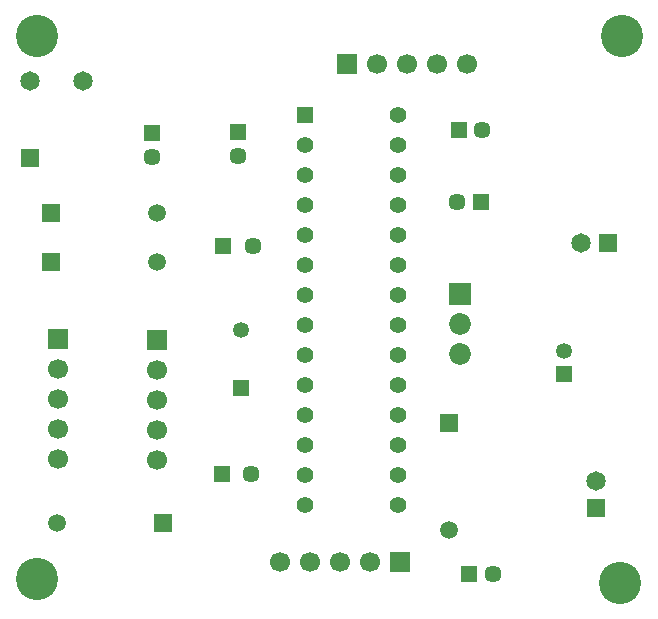
<source format=gbs>
G04*
G04 #@! TF.GenerationSoftware,Altium Limited,Altium Designer,23.2.1 (34)*
G04*
G04 Layer_Color=16711935*
%FSLAX44Y44*%
%MOMM*%
G71*
G04*
G04 #@! TF.SameCoordinates,3E65621F-DDE3-4266-9229-7E2A0E2672EE*
G04*
G04*
G04 #@! TF.FilePolarity,Negative*
G04*
G01*
G75*
%ADD16C,1.6500*%
%ADD17R,1.6500X1.6500*%
%ADD18R,1.4500X1.4500*%
%ADD19C,1.4500*%
%ADD20R,1.6500X1.6500*%
%ADD21C,1.8500*%
%ADD22R,1.8500X1.8500*%
%ADD23C,3.5790*%
%ADD24C,1.5000*%
%ADD25R,1.5000X1.5000*%
%ADD26R,1.4500X1.4500*%
%ADD27R,1.5000X1.5000*%
%ADD28R,1.7000X1.7000*%
%ADD29C,1.7000*%
%ADD30R,1.7000X1.7000*%
%ADD31C,1.4000*%
%ADD32R,1.4000X1.4000*%
%ADD33R,1.3500X1.3500*%
%ADD34C,1.3500*%
D16*
X72030Y457950D02*
D03*
X27030D02*
D03*
X494060Y321310D02*
D03*
X506730Y119350D02*
D03*
D17*
X27030Y392950D02*
D03*
X506730Y96550D02*
D03*
D18*
X130810Y413860D02*
D03*
X203200Y414970D02*
D03*
D19*
X130810Y393860D02*
D03*
X203200Y394970D02*
D03*
X214430Y125730D02*
D03*
X418940Y40640D02*
D03*
X215700Y318770D02*
D03*
X410210Y416560D02*
D03*
X388940Y355600D02*
D03*
D20*
X516860Y321310D02*
D03*
D21*
X391160Y227330D02*
D03*
Y252730D02*
D03*
D22*
Y278130D02*
D03*
D23*
X527050Y33020D02*
D03*
X33020Y36830D02*
D03*
X528320Y496570D02*
D03*
X33020D02*
D03*
D24*
X135170Y346710D02*
D03*
X382270Y78190D02*
D03*
X135170Y304800D02*
D03*
X50250Y83820D02*
D03*
D25*
X45170Y346710D02*
D03*
Y304800D02*
D03*
X140250Y83820D02*
D03*
D26*
X189430Y125730D02*
D03*
X398940Y40640D02*
D03*
X190700Y318770D02*
D03*
X390210Y416560D02*
D03*
X408940Y355600D02*
D03*
D27*
X382270Y168190D02*
D03*
D28*
X50800Y240030D02*
D03*
X134620Y238760D02*
D03*
D29*
X50800Y214630D02*
D03*
Y189230D02*
D03*
Y163830D02*
D03*
Y138430D02*
D03*
X238760Y50800D02*
D03*
X264160D02*
D03*
X289560D02*
D03*
X314960D02*
D03*
X134620Y213360D02*
D03*
Y187960D02*
D03*
Y162560D02*
D03*
Y137160D02*
D03*
X397510Y472440D02*
D03*
X372110D02*
D03*
X346710D02*
D03*
X321310D02*
D03*
D30*
X340360Y50800D02*
D03*
X295910Y472440D02*
D03*
D31*
X339090Y429260D02*
D03*
Y403860D02*
D03*
Y378460D02*
D03*
Y353060D02*
D03*
Y327660D02*
D03*
Y302260D02*
D03*
Y276860D02*
D03*
Y251460D02*
D03*
Y226060D02*
D03*
Y200660D02*
D03*
Y175260D02*
D03*
Y149860D02*
D03*
Y124460D02*
D03*
Y99060D02*
D03*
X260350D02*
D03*
Y124460D02*
D03*
Y149860D02*
D03*
Y175260D02*
D03*
Y200660D02*
D03*
Y226060D02*
D03*
Y251460D02*
D03*
Y276860D02*
D03*
Y302260D02*
D03*
Y327660D02*
D03*
Y353060D02*
D03*
Y378460D02*
D03*
Y403860D02*
D03*
D32*
Y429260D02*
D03*
D33*
X205740Y198120D02*
D03*
X479690Y209710D02*
D03*
D34*
X205740Y247120D02*
D03*
X479690Y229710D02*
D03*
M02*

</source>
